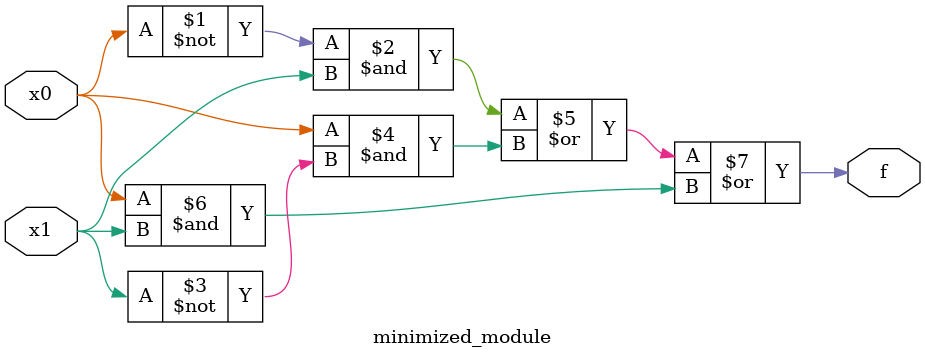
<source format=v>
module minimized_module (
    input x0, x1,
    output f
);

    assign f = (~x0 & x1) | (x0 & ~x1) | (x0 & x1);

endmodule

</source>
